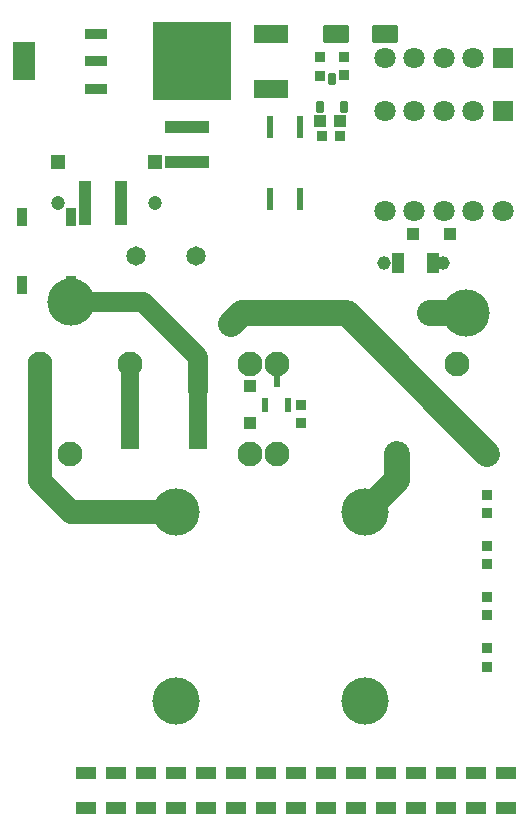
<source format=gbs>
G04*
G04 #@! TF.GenerationSoftware,Altium Limited,Altium Designer,23.0.1 (38)*
G04*
G04 Layer_Color=16711935*
%FSTAX44Y44*%
%MOMM*%
G71*
G04*
G04 #@! TF.SameCoordinates,819F8F0F-2E7A-4D06-A50E-73C9B09E9D71*
G04*
G04*
G04 #@! TF.FilePolarity,Negative*
G04*
G01*
G75*
%ADD17R,1.8000X1.0000*%
%ADD19C,2.1000*%
%ADD20C,4.0000*%
%ADD21C,1.4000*%
%ADD22C,1.1500*%
%ADD23C,1.2000*%
%ADD24R,1.2000X1.2000*%
%ADD25C,0.7000*%
%ADD26C,1.6500*%
%ADD27C,1.3880*%
%ADD28R,1.8000X1.8000*%
%ADD29C,1.8000*%
%ADD30C,0.5000*%
%ADD34R,6.7000X6.7000*%
%ADD35R,3.0000X1.6000*%
%ADD36R,0.6000X1.2300*%
G04:AMPARAMS|DCode=37|XSize=0.65mm|YSize=1mm|CornerRadius=0.0813mm|HoleSize=0mm|Usage=FLASHONLY|Rotation=0.000|XOffset=0mm|YOffset=0mm|HoleType=Round|Shape=RoundedRectangle|*
%AMROUNDEDRECTD37*
21,1,0.6500,0.8375,0,0,0.0*
21,1,0.4875,1.0000,0,0,0.0*
1,1,0.1625,0.2438,-0.4188*
1,1,0.1625,-0.2438,-0.4188*
1,1,0.1625,-0.2438,0.4188*
1,1,0.1625,0.2438,0.4188*
%
%ADD37ROUNDEDRECTD37*%
%ADD38R,1.8600X3.1900*%
%ADD39R,1.8600X0.9000*%
G04:AMPARAMS|DCode=40|XSize=1.93mm|YSize=0.59mm|CornerRadius=0.0738mm|HoleSize=0mm|Usage=FLASHONLY|Rotation=270.000|XOffset=0mm|YOffset=0mm|HoleType=Round|Shape=RoundedRectangle|*
%AMROUNDEDRECTD40*
21,1,1.9300,0.4425,0,0,270.0*
21,1,1.7825,0.5900,0,0,270.0*
1,1,0.1475,-0.2213,-0.8913*
1,1,0.1475,-0.2213,0.8913*
1,1,0.1475,0.2213,0.8913*
1,1,0.1475,0.2213,-0.8913*
%
%ADD40ROUNDEDRECTD40*%
%ADD41R,0.9900X1.1200*%
%ADD42R,1.6200X3.4000*%
%ADD43R,1.1300X1.7700*%
%ADD44R,0.9300X0.8700*%
%ADD45R,1.1000X3.7000*%
G04:AMPARAMS|DCode=46|XSize=2.17mm|YSize=1.57mm|CornerRadius=0.1963mm|HoleSize=0mm|Usage=FLASHONLY|Rotation=0.000|XOffset=0mm|YOffset=0mm|HoleType=Round|Shape=RoundedRectangle|*
%AMROUNDEDRECTD46*
21,1,2.1700,1.1775,0,0,0.0*
21,1,1.7775,1.5700,0,0,0.0*
1,1,0.3925,0.8888,-0.5888*
1,1,0.3925,-0.8888,-0.5888*
1,1,0.3925,-0.8888,0.5888*
1,1,0.3925,0.8888,0.5888*
%
%ADD46ROUNDEDRECTD46*%
%ADD47R,1.1000X1.0000*%
%ADD48R,0.9000X1.5000*%
%ADD49R,1.1200X0.9900*%
%ADD50R,3.7000X1.1000*%
%ADD51R,0.8700X0.9300*%
%ADD59C,2.0000*%
%ADD60C,2.2000*%
%ADD61C,1.7000*%
D17*
X00419862Y00060706D02*
D03*
Y00030706D02*
D03*
X00394462Y00060706D02*
D03*
Y00030706D02*
D03*
X00369062D02*
D03*
Y00060706D02*
D03*
X00343662D02*
D03*
Y00030706D02*
D03*
X00318262Y00060706D02*
D03*
Y00030706D02*
D03*
X00292862Y00060706D02*
D03*
Y00030706D02*
D03*
X00267462Y00060706D02*
D03*
Y00030706D02*
D03*
X00242062Y00060706D02*
D03*
Y00030706D02*
D03*
X00216662Y00060706D02*
D03*
Y00030706D02*
D03*
X00191262Y00060706D02*
D03*
Y00030706D02*
D03*
X00165862Y00060706D02*
D03*
Y00030706D02*
D03*
X00140462Y00060706D02*
D03*
Y00030706D02*
D03*
X00115062Y00060706D02*
D03*
Y00030706D02*
D03*
X00089662Y00060706D02*
D03*
Y00030706D02*
D03*
X00064262Y00060706D02*
D03*
Y00030706D02*
D03*
D19*
X002032Y00407162D02*
D03*
Y00330962D02*
D03*
X001016Y00407162D02*
D03*
X000254D02*
D03*
X000508Y00330962D02*
D03*
X00226568D02*
D03*
Y00407162D02*
D03*
X00328168Y00330962D02*
D03*
X00404368D02*
D03*
X00378968Y00407162D02*
D03*
D20*
X00140726Y00121422D02*
D03*
X00300726Y00281422D02*
D03*
Y00121422D02*
D03*
X00140726Y00281422D02*
D03*
X00051742Y00459088D02*
D03*
X00385934Y00450088D02*
D03*
D21*
X0018736Y00441088D02*
D03*
X0011236Y00459088D02*
D03*
D22*
X00366992Y00492506D02*
D03*
X00316992D02*
D03*
D23*
X00122936Y0054285D02*
D03*
X00041148Y00542824D02*
D03*
D24*
X00122936Y0057785D02*
D03*
X00041148Y00577824D02*
D03*
D25*
X00040247Y00447953D02*
D03*
X0003574Y00459342D02*
D03*
X00040606Y00470583D02*
D03*
X00051996Y0047509D02*
D03*
X00063237Y00470224D02*
D03*
X00067744Y00458834D02*
D03*
X00062877Y00447593D02*
D03*
X00051488Y00443086D02*
D03*
X0037444Y00438953D02*
D03*
X00369932Y00450342D02*
D03*
X00374799Y00461582D02*
D03*
X00386188Y0046609D02*
D03*
X00397429Y00461223D02*
D03*
X00401936Y00449834D02*
D03*
X0039707Y00438593D02*
D03*
X0038568Y00434086D02*
D03*
D26*
X00106934Y00498602D02*
D03*
X00157734D02*
D03*
D27*
X00355346Y00450088D02*
D03*
X00207264D02*
D03*
D28*
X00417284Y00666284D02*
D03*
Y00621284D02*
D03*
D29*
X00392284Y00666284D02*
D03*
X00367284D02*
D03*
X00342284D02*
D03*
X00317284D02*
D03*
X00392284Y00621284D02*
D03*
X00367284D02*
D03*
X00342284D02*
D03*
X00317284D02*
D03*
Y00536184D02*
D03*
X00342284D02*
D03*
X00367284D02*
D03*
X00392284D02*
D03*
X00417284D02*
D03*
D30*
X00216662Y00060706D02*
D03*
D34*
X00154562Y0066294D02*
D03*
D35*
X00221062Y0068594D02*
D03*
Y0063994D02*
D03*
D36*
X00216458Y0037211D02*
D03*
X00235458D02*
D03*
X00225958Y0039331D02*
D03*
D37*
X00272718Y0064827D02*
D03*
X00282918Y0062427D02*
D03*
X00262518D02*
D03*
D38*
X00011668Y0066294D02*
D03*
D39*
X00073168Y0063994D02*
D03*
Y0066294D02*
D03*
Y0068594D02*
D03*
D40*
X00220218Y00607488D02*
D03*
X00245618D02*
D03*
Y00546688D02*
D03*
X00220218D02*
D03*
D41*
X002032Y00356827D02*
D03*
Y00388227D02*
D03*
D42*
X0015906Y00351536D02*
D03*
X001016D02*
D03*
X0015906Y00384048D02*
D03*
X001016D02*
D03*
D43*
X00358362Y00492252D02*
D03*
X00328962D02*
D03*
D44*
X00246126Y0035701D02*
D03*
Y0037211D02*
D03*
X00404368Y0028049D02*
D03*
Y0029609D02*
D03*
X00262518Y00666426D02*
D03*
Y00650826D02*
D03*
X00282918Y00651326D02*
D03*
Y00666426D02*
D03*
X00404368Y0025291D02*
D03*
Y0023731D02*
D03*
Y00150696D02*
D03*
Y00166296D02*
D03*
Y0019413D02*
D03*
Y0020973D02*
D03*
D45*
X00063994Y00542824D02*
D03*
X00093994D02*
D03*
D46*
X00275984Y006858D02*
D03*
X00317284D02*
D03*
D47*
X00262518Y00612822D02*
D03*
X00279518D02*
D03*
D48*
X00051742Y00473686D02*
D03*
X00010742Y00530886D02*
D03*
X00051742D02*
D03*
X00010742Y00473686D02*
D03*
D49*
X00373078Y0051689D02*
D03*
X00341678D02*
D03*
D50*
X00150114Y00607824D02*
D03*
Y00577824D02*
D03*
D51*
X00264418Y00599948D02*
D03*
X00279518D02*
D03*
D59*
X000254Y00307848D02*
Y00407162D01*
Y00307848D02*
X00051826Y00281422D01*
X00140726D01*
D60*
X00328168Y00308864D02*
Y00330962D01*
X00300726Y00281422D02*
X00328168Y00308864D01*
X0019636Y00450088D02*
X00285242D01*
X0018736Y00441088D02*
X0019636Y00450088D01*
X00285242D02*
X00404368Y00330962D01*
X00355346Y00450088D02*
X00385934D01*
D61*
X0015906Y00384048D02*
Y00412388D01*
X00067744Y00459088D02*
X0011236D01*
X0015906Y00412388D01*
M02*

</source>
